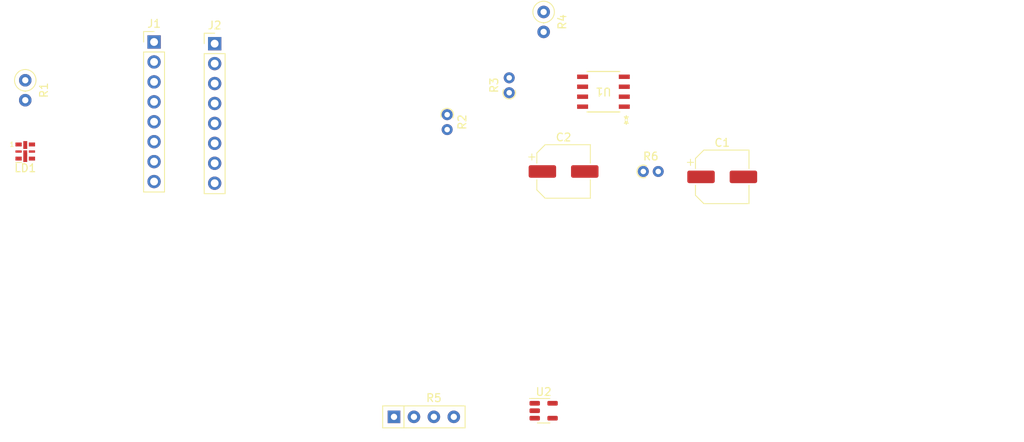
<source format=kicad_pcb>
(kicad_pcb (version 20211014) (generator pcbnew)
  (layers (0 "F.Cu" signal) (31 "B.Cu" signal) (34 "B.Paste" user) (35 "F.Paste" user) (36 "B.SilkS" user "B.Silkscreen") (37 "F.SilkS" user "F.Silkscreen") (38 "B.Mask" user) (39 "F.Mask" user) (44 "Edge.Cuts" user))
  (net 0 "")
  (net 1 "VCC")
  (net 2 "GND")
  (net 3 "/CS")
  (net 5 "/VDD")
  (net 6 "Net-(LD1-Pad2)")
  (net 7 "Net-(C1-Pad1)")
  (net 8 "/SCL")
  (net 9 "/SDA")
  (net 10 "/OUT")
  (net 11 "/DIR")
  (net 12 "/3.3V")
  (net 13 "/MOSI")
  (net 14 "/MISO")
  (net 15 "/SCK")
  (net 16 "/RST")
  (net 17 "/AN")
  (net 18 "/PWM")
  (net 19 "/INT")
  (net 20 "/TX")
  (net 21 "/RX")
  (net 22 "/5V")
  (net 23 "Net-(U1-Pad5)")
  (footprint "Capacitor_SMD:CP_Elec_6.3x3" (layer "F.Cu") (at 137.050162 36.247781)
    (fp_text reference "C1" (at 0 -4.35) (layer "F.SilkS"))
    (fp_text value "10uF")
    (fp_line (start -3.41 -2.345563) (end -2.345563 -3.41) (layer "F.SilkS") (width 0.12))
    (fp_line (start -3.41 2.345563) (end -2.345563 3.41) (layer "F.SilkS") (width 0.12))
    (fp_line (start -3.41 -2.345563) (end -3.41 -1.06) (layer "F.SilkS") (width 0.12))
    (fp_line (start -2.345563 -3.41) (end 3.41 -3.41) (layer "F.SilkS") (width 0.12))
    (fp_line (start 3.41 3.41) (end 3.41 1.06) (layer "F.SilkS") (width 0.12))
    (fp_line (start -4.4375 -1.8475) (end -3.65 -1.8475) (layer "F.SilkS") (width 0.12))
    (fp_line (start -4.04375 -2.24125) (end -4.04375 -1.45375) (layer "F.SilkS") (width 0.12))
    (fp_line (start -2.345563 3.41) (end 3.41 3.41) (layer "F.SilkS") (width 0.12))
    (fp_line (start 3.41 -3.41) (end 3.41 -1.06) (layer "F.SilkS") (width 0.12))
    (fp_line (start -3.41 2.345563) (end -3.41 1.06) (layer "F.SilkS") (width 0.12))
    (pad "1" smd roundrect (at -2.7 0) (size 3.5 1.6) (layers "F.Cu" "F.Paste" "F.Mask") (roundrect_rratio 0.15625) (net 7 "Net-(C1-Pad1)"))
    (pad "2" smd roundrect (at 2.7 0) (size 3.5 1.6) (layers "F.Cu" "F.Paste" "F.Mask") (roundrect_rratio 0.15625) (net 2 "GND"))
  )
  (footprint "Capacitor_SMD:CP_Elec_6.3x3" (layer "F.Cu") (at 116.84 35.56)
    (fp_text reference "C2" (at 0 -4.35) (layer "F.SilkS"))
    (fp_text value "0.1uF")
    (fp_line (start -3.41 -2.345563) (end -2.345563 -3.41) (layer "F.SilkS") (width 0.12))
    (fp_line (start -3.41 2.345563) (end -2.345563 3.41) (layer "F.SilkS") (width 0.12))
    (fp_line (start 3.41 -3.41) (end 3.41 -1.06) (layer "F.SilkS") (width 0.12))
    (fp_line (start -4.4375 -1.8475) (end -3.65 -1.8475) (layer "F.SilkS") (width 0.12))
    (fp_line (start -2.345563 -3.41) (end 3.41 -3.41) (layer "F.SilkS") (width 0.12))
    (fp_line (start 3.41 3.41) (end 3.41 1.06) (layer "F.SilkS") (width 0.12))
    (fp_line (start -4.04375 -2.24125) (end -4.04375 -1.45375) (layer "F.SilkS") (width 0.12))
    (fp_line (start -3.41 -2.345563) (end -3.41 -1.06) (layer "F.SilkS") (width 0.12))
    (fp_line (start -3.41 2.345563) (end -3.41 1.06) (layer "F.SilkS") (width 0.12))
    (fp_line (start -2.345563 3.41) (end 3.41 3.41) (layer "F.SilkS") (width 0.12))
    (pad "1" smd roundrect (at -2.7 0) (size 3.5 1.6) (layers "F.Cu" "F.Paste" "F.Mask") (roundrect_rratio 0.15625) (net 5 "/VDD"))
    (pad "2" smd roundrect (at 2.7 0) (size 3.5 1.6) (layers "F.Cu" "F.Paste" "F.Mask") (roundrect_rratio 0.15625) (net 2 "GND"))
  )
  (footprint "LED_SMD:LED-APA102-2020" (layer "F.Cu") (at 48.26 33.02)
    (fp_text reference "LD1" (at 0 2.11) (layer "F.SilkS"))
    (fp_text value "LED")
    (fp_text user "1" (at -1.7 -0.9) (layer "F.SilkS") (effects (font (size 0.6 0.6) (thickness 0.1))))
    (fp_line (start -1.2 1.4) (end -0.5 1.4) (layer "F.SilkS") (width 0.12))
    (pad "1" smd rect (at 0 -0.83 90) (size 1 0.5) (layers "F.Cu" "F.Paste" "F.Mask") (net 2 "GND"))
    (pad "1" smd rect (at -0.85 -0.9) (size 0.8 0.5) (layers "F.Cu" "F.Paste" "F.Mask") (net 2 "GND"))
    (pad "2" smd rect (at -0.85 0) (size 0.8 0.3) (layers "F.Cu" "F.Paste" "F.Mask") (net 6 "Net-(LD1-Pad2)"))
    (pad "3" smd rect (at -0.85 0.9) (size 0.8 0.5) (layers "F.Cu" "F.Paste" "F.Mask"))
    (pad "4" smd rect (at 0.85 0.9) (size 0.8 0.5) (layers "F.Cu" "F.Paste" "F.Mask"))
    (pad "5" smd rect (at 0.85 0) (size 0.8 0.3) (layers "F.Cu" "F.Paste" "F.Mask"))
    (pad "6" smd rect (at 0.85 -0.9) (size 0.8 0.5) (layers "F.Cu" "F.Paste" "F.Mask"))
    (pad "6" smd rect (at 0 0.59 90) (size 1.48 0.5) (layers "F.Cu" "F.Paste" "F.Mask"))
  )
  (footprint "Resistor_THT:R_Axial_DIN0204_L3.6mm_D1.6mm_P1.90mm_Vertical" (layer "F.Cu") (at 102.010152 28.325505 -90)
    (fp_text reference "R2" (at 0.95 -1.92 90) (layer "F.SilkS"))
    (fp_text value "2.2k")
    (fp_arc (start 0.320095 0.749359) (mid -0.813042 -0.054435) (end 0.417133 -0.7) (layer "F.SilkS") (width 0.12))
    (pad "1" thru_hole circle (at 0 0 270) (size 1.4 1.4) (drill 0.7) (layers *.Cu *.Mask) (net 1 "VCC"))
    (pad "2" thru_hole oval (at 1.9 0 270) (size 1.4 1.4) (drill 0.7) (layers *.Cu *.Mask) (net 8 "/SCL"))
  )
  (footprint "Resistor_THT:R_Axial_DIN0204_L3.6mm_D1.6mm_P1.90mm_Vertical" (layer "F.Cu") (at 109.914435 25.526958 90)
    (fp_text reference "R3" (at 0.95 -1.92 90) (layer "F.SilkS"))
    (fp_text value "2.2k")
    (fp_arc (start 0.320095 0.749359) (mid -0.813042 -0.054435) (end 0.417133 -0.7) (layer "F.SilkS") (width 0.12))
    (pad "1" thru_hole circle (at 0 0 90) (size 1.4 1.4) (drill 0.7) (layers *.Cu *.Mask) (net 1 "VCC"))
    (pad "2" thru_hole oval (at 1.9 0 90) (size 1.4 1.4) (drill 0.7) (layers *.Cu *.Mask) (net 9 "/SDA"))
  )
  (footprint "Connector_PinHeader_2.54mm:PinHeader_1x08_P2.54mm_Vertical" (layer "F.Cu") (at 64.67 19.065)
    (fp_text reference "J1" (at 0 -2.33) (layer "F.SilkS"))
    (fp_text value "Conn_01x08_Male")
    (fp_line (start -1.33 1.27) (end 1.33 1.27) (layer "F.SilkS") (width 0.12))
    (fp_line (start -1.33 19.11) (end 1.33 19.11) (layer "F.SilkS") (width 0.12))
    (fp_line (start -1.33 1.27) (end -1.33 19.11) (layer "F.SilkS") (width 0.12))
    (fp_line (start 1.33 1.27) (end 1.33 19.11) (layer "F.SilkS") (width 0.12))
    (fp_line (start -1.33 -1.33) (end 0 -1.33) (layer "F.SilkS") (width 0.12))
    (fp_line (start -1.33 0) (end -1.33 -1.33) (layer "F.SilkS") (width 0.12))
    (pad "1" thru_hole rect (at 0 0) (size 1.7 1.7) (drill 1) (layers *.Cu *.Mask) (net 2 "GND"))
    (pad "2" thru_hole oval (at 0 2.54) (size 1.7 1.7) (drill 1) (layers *.Cu *.Mask) (net 12 "/3.3V"))
    (pad "3" thru_hole oval (at 0 5.08) (size 1.7 1.7) (drill 1) (layers *.Cu *.Mask) (net 13 "/MOSI"))
    (pad "4" thru_hole oval (at 0 7.62) (size 1.7 1.7) (drill 1) (layers *.Cu *.Mask) (net 14 "/MISO"))
    (pad "5" thru_hole oval (at 0 10.16) (size 1.7 1.7) (drill 1) (layers *.Cu *.Mask) (net 15 "/SCK"))
    (pad "6" thru_hole oval (at 0 12.7) (size 1.7 1.7) (drill 1) (layers *.Cu *.Mask) (net 3 "/CS"))
    (pad "7" thru_hole oval (at 0 15.24) (size 1.7 1.7) (drill 1) (layers *.Cu *.Mask) (net 16 "/RST"))
    (pad "8" thru_hole oval (at 0 17.78) (size 1.7 1.7) (drill 1) (layers *.Cu *.Mask) (net 17 "/AN"))
  )
  (footprint "Resistor_THT:R_Axial_DIN0207_L6.3mm_D2.5mm_P2.54mm_Vertical" (layer "F.Cu") (at 114.3 15.24 -90)
    (fp_text reference "R4" (at 1.27 -2.37 90) (layer "F.SilkS"))
    (fp_text value "OPT")
    (fp_line (start 1.37 0) (end 1.44 0) (layer "F.SilkS") (width 0.12))
    (fp_circle (center 0 0) (end 1.37 0) (layer "F.SilkS") (width 0.12) (fill none))
    (pad "1" thru_hole circle (at 0 0 270) (size 1.6 1.6) (drill 0.8) (layers *.Cu *.Mask) (net 2 "GND"))
    (pad "2" thru_hole oval (at 2.54 0 270) (size 1.6 1.6) (drill 0.8) (layers *.Cu *.Mask) (net 23 "Net-(U1-Pad5)"))
  )
  (footprint "Resistor_THT:R_Axial_DIN0207_L6.3mm_D2.5mm_P2.54mm_Vertical" (layer "F.Cu") (at 48.26 23.94 -90)
    (fp_text reference "R1" (at 1.27 -2.37 90) (layer "F.SilkS"))
    (fp_text value "470")
    (fp_line (start 1.37 0) (end 1.44 0) (layer "F.SilkS") (width 0.12))
    (fp_circle (center 0 0) (end 1.37 0) (layer "F.SilkS") (width 0.12) (fill none))
    (pad "1" thru_hole circle (at 0 0 270) (size 1.6 1.6) (drill 0.8) (layers *.Cu *.Mask) (net 1 "VCC"))
    (pad "2" thru_hole oval (at 2.54 0 270) (size 1.6 1.6) (drill 0.8) (layers *.Cu *.Mask) (net 6 "Net-(LD1-Pad2)"))
  )
  (footprint "AS5600:AS5600L-ASOM_AMS" (layer "F.Cu") (at 121.92 25.4 180)
    (fp_text reference "U1" (at 0 0 180 unlocked) (layer "F.SilkS"))
    (fp_text value "AS5600")
    (fp_text user "*" (at -2.9097 -3.6068) (layer "F.SilkS"))
    (fp_text user "*" (at -2.9097 -3.6068 180 unlocked) (layer "F.SilkS"))
    (fp_line (start 2.0828 -2.5781) (end -2.0828 -2.5781) (layer "F.SilkS") (width 0.1524))
    (fp_line (start -2.0828 2.5781) (end 2.0828 2.5781) (layer "F.SilkS") (width 0.1524))
    (pad "1" smd rect (at -2.6557 -1.905 180) (size 1.3998 0.5588) (layers "F.Cu" "F.Paste" "F.Mask") (net 5 "/VDD"))
    (pad "2" smd rect (at -2.6557 -0.635 180) (size 1.3998 0.5588) (layers "F.Cu" "F.Paste" "F.Mask") (net 7 "Net-(C1-Pad1)"))
    (pad "3" smd rect (at -2.6557 0.635 180) (size 1.3998 0.5588) (layers "F.Cu" "F.Paste" "F.Mask") (net 10 "/OUT"))
    (pad "4" smd rect (at -2.6557 1.905 180) (size 1.3998 0.5588) (layers "F.Cu" "F.Paste" "F.Mask") (net 2 "GND"))
    (pad "5" smd rect (at 2.6557 1.905 180) (size 1.3998 0.5588) (layers "F.Cu" "F.Paste" "F.Mask") (net 23 "Net-(U1-Pad5)"))
    (pad "6" smd rect (at 2.6557 0.635 180) (size 1.3998 0.5588) (layers "F.Cu" "F.Paste" "F.Mask") (net 9 "/SDA"))
    (pad "7" smd rect (at 2.6557 -0.635 180) (size 1.3998 0.5588) (layers "F.Cu" "F.Paste" "F.Mask") (net 8 "/SCL"))
    (pad "8" smd rect (at 2.6557 -1.905 180) (size 1.3998 0.5588) (layers "F.Cu" "F.Paste" "F.Mask") (net 11 "/DIR"))
  )
  (footprint "Connector_PinHeader_2.54mm:PinHeader_1x08_P2.54mm_Vertical" (layer "F.Cu") (at 72.39 19.2775)
    (fp_text reference "J2" (at 0 -2.33) (layer "F.SilkS"))
    (fp_text value "Conn_01x08_Male")
    (fp_line (start -1.33 1.27) (end -1.33 19.11) (layer "F.SilkS") (width 0.12))
    (fp_line (start -1.33 1.27) (end 1.33 1.27) (layer "F.SilkS") (width 0.12))
    (fp_line (start -1.33 -1.33) (end 0 -1.33) (layer "F.SilkS") (width 0.12))
    (fp_line (start -1.33 0) (end -1.33 -1.33) (layer "F.SilkS") (width 0.12))
    (fp_line (start 1.33 1.27) (end 1.33 19.11) (layer "F.SilkS") (width 0.12))
    (fp_line (start -1.33 19.11) (end 1.33 19.11) (layer "F.SilkS") (width 0.12))
    (pad "1" thru_hole rect (at 0 0) (size 1.7 1.7) (drill 1) (layers *.Cu *.Mask) (net 18 "/PWM"))
    (pad "2" thru_hole oval (at 0 2.54) (size 1.7 1.7) (drill 1) (layers *.Cu *.Mask) (net 19 "/INT"))
    (pad "3" thru_hole oval (at 0 5.08) (size 1.7 1.7) (drill 1) (layers *.Cu *.Mask) (net 20 "/TX"))
    (pad "4" thru_hole oval (at 0 7.62) (size 1.7 1.7) (drill 1) (layers *.Cu *.Mask) (net 21 "/RX"))
    (pad "5" thru_hole oval (at 0 10.16) (size 1.7 1.7) (drill 1) (layers *.Cu *.Mask) (net 8 "/SCL"))
    (pad "6" thru_hole oval (at 0 12.7) (size 1.7 1.7) (drill 1) (layers *.Cu *.Mask) (net 9 "/SDA"))
    (pad "7" thru_hole oval (at 0 15.24) (size 1.7 1.7) (drill 1) (layers *.Cu *.Mask) (net 22 "/5V"))
    (pad "8" thru_hole oval (at 0 17.78) (size 1.7 1.7) (drill 1) (layers *.Cu *.Mask) (net 2 "GND"))
  )
  (footprint "Package_TO_SOT_SMD:SOT-23-5" (layer "F.Cu") (at 114.3 66.04)
    (fp_text reference "U2" (at 0 -2.4) (layer "F.SilkS"))
    (fp_text value "MAX40200AUK")
    (fp_line (start 0 -1.56) (end 0.8 -1.56) (layer "F.SilkS") (width 0.12))
    (fp_line (start 0 -1.56) (end -1.8 -1.56) (layer "F.SilkS") (width 0.12))
    (fp_line (start 0 1.56) (end 0.8 1.56) (layer "F.SilkS") (width 0.12))
    (fp_line (start 0 1.56) (end -0.8 1.56) (layer "F.SilkS") (width 0.12))
    (pad "1" smd roundrect (at -1.1375 -0.95) (size 1.325 0.6) (layers "F.Cu" "F.Paste" "F.Mask") (net 1 "VCC"))
    (pad "2" smd roundrect (at -1.1375 0) (size 1.325 0.6) (layers "F.Cu" "F.Paste" "F.Mask") (net 2 "GND"))
    (pad "3" smd roundrect (at -1.1375 0.95) (size 1.325 0.6) (layers "F.Cu" "F.Paste" "F.Mask") (net 3 "/CS"))
    (pad "4" smd roundrect (at 1.1375 0.95) (size 1.325 0.6) (layers "F.Cu" "F.Paste" "F.Mask"))
    (pad "5" smd roundrect (at 1.1375 -0.95) (size 1.325 0.6) (layers "F.Cu" "F.Paste" "F.Mask") (net 5 "/VDD"))
  )
  (footprint "Resistor_THT:R_Axial_DIN0204_L3.6mm_D1.6mm_P1.90mm_Vertical" (layer "F.Cu") (at 127 35.56)
    (fp_text reference "R6" (at 0.95 -1.92) (layer "F.SilkS"))
    (fp_text value "0")
    (fp_arc (start 0.320095 0.749359) (mid -0.813042 -0.054435) (end 0.417133 -0.7) (layer "F.SilkS") (width 0.12))
    (pad "1" thru_hole circle (at 0 0) (size 1.4 1.4) (drill 0.7) (layers *.Cu *.Mask) (net 5 "/VDD"))
    (pad "2" thru_hole oval (at 1.9 0) (size 1.4 1.4) (drill 0.7) (layers *.Cu *.Mask) (net 7 "Net-(C1-Pad1)"))
  )
  (footprint "Resistor_THT:R_Array_SIP4" (layer "F.Cu") (at 95.235 66.82)
    (fp_text reference "R5" (at 5.08 -2.4) (layer "F.SilkS"))
    (fp_text value "10k")
    (fp_line (start 9.06 -1.4) (end -1.44 -1.4) (layer "F.SilkS") (width 0.12))
    (fp_line (start 9.06 1.4) (end 9.06 -1.4) (layer "F.SilkS") (width 0.12))
    (fp_line (start -1.44 -1.4) (end -1.44 1.4) (layer "F.SilkS") (width 0.12))
    (fp_line (start 1.27 -1.4) (end 1.27 1.4) (layer "F.SilkS") (width 0.12))
    (fp_line (start -1.44 1.4) (end 9.06 1.4) (layer "F.SilkS") (width 0.12))
    (pad "1" thru_hole rect (at 0 0) (size 1.6 1.6) (drill 0.8) (layers *.Cu *.Mask) (net 3 "/CS"))
    (pad "2" thru_hole oval (at 2.54 0) (size 1.6 1.6) (drill 0.8) (layers *.Cu *.Mask) (net 2 "GND"))
    (pad "3" thru_hole oval (at 5.08 0) (size 1.6 1.6) (drill 0.8) (layers *.Cu *.Mask))
    (pad "4" thru_hole oval (at 7.62 0) (size 1.6 1.6) (drill 0.8) (layers *.Cu *.Mask))
  )
)
</source>
